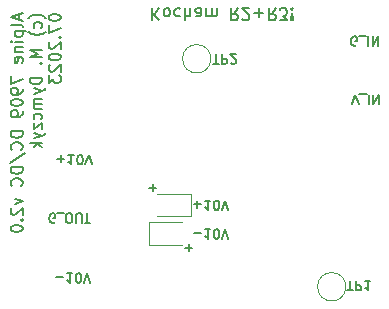
<source format=gbr>
G04 #@! TF.GenerationSoftware,KiCad,Pcbnew,(6.0.9-0)*
G04 #@! TF.CreationDate,2023-07-05T23:25:05+02:00*
G04 #@! TF.ProjectId,dcdc_7909,64636463-5f37-4393-9039-2e6b69636164,2.0*
G04 #@! TF.SameCoordinates,Original*
G04 #@! TF.FileFunction,Legend,Bot*
G04 #@! TF.FilePolarity,Positive*
%FSLAX46Y46*%
G04 Gerber Fmt 4.6, Leading zero omitted, Abs format (unit mm)*
G04 Created by KiCad (PCBNEW (6.0.9-0)) date 2023-07-05 23:25:05*
%MOMM*%
%LPD*%
G01*
G04 APERTURE LIST*
%ADD10C,0.150000*%
%ADD11C,0.120000*%
G04 APERTURE END LIST*
D10*
X91885238Y-54284619D02*
X91885238Y-55284619D01*
X92456666Y-54284619D02*
X92028095Y-54856047D01*
X92456666Y-55284619D02*
X91885238Y-54713190D01*
X93028095Y-54284619D02*
X92932857Y-54332238D01*
X92885238Y-54379857D01*
X92837619Y-54475095D01*
X92837619Y-54760809D01*
X92885238Y-54856047D01*
X92932857Y-54903666D01*
X93028095Y-54951285D01*
X93170952Y-54951285D01*
X93266190Y-54903666D01*
X93313809Y-54856047D01*
X93361428Y-54760809D01*
X93361428Y-54475095D01*
X93313809Y-54379857D01*
X93266190Y-54332238D01*
X93170952Y-54284619D01*
X93028095Y-54284619D01*
X94218571Y-54332238D02*
X94123333Y-54284619D01*
X93932857Y-54284619D01*
X93837619Y-54332238D01*
X93790000Y-54379857D01*
X93742380Y-54475095D01*
X93742380Y-54760809D01*
X93790000Y-54856047D01*
X93837619Y-54903666D01*
X93932857Y-54951285D01*
X94123333Y-54951285D01*
X94218571Y-54903666D01*
X94647142Y-54284619D02*
X94647142Y-55284619D01*
X95075714Y-54284619D02*
X95075714Y-54808428D01*
X95028095Y-54903666D01*
X94932857Y-54951285D01*
X94790000Y-54951285D01*
X94694761Y-54903666D01*
X94647142Y-54856047D01*
X95980476Y-54284619D02*
X95980476Y-54808428D01*
X95932857Y-54903666D01*
X95837619Y-54951285D01*
X95647142Y-54951285D01*
X95551904Y-54903666D01*
X95980476Y-54332238D02*
X95885238Y-54284619D01*
X95647142Y-54284619D01*
X95551904Y-54332238D01*
X95504285Y-54427476D01*
X95504285Y-54522714D01*
X95551904Y-54617952D01*
X95647142Y-54665571D01*
X95885238Y-54665571D01*
X95980476Y-54713190D01*
X96456666Y-54284619D02*
X96456666Y-54951285D01*
X96456666Y-54856047D02*
X96504285Y-54903666D01*
X96599523Y-54951285D01*
X96742380Y-54951285D01*
X96837619Y-54903666D01*
X96885238Y-54808428D01*
X96885238Y-54284619D01*
X96885238Y-54808428D02*
X96932857Y-54903666D01*
X97028095Y-54951285D01*
X97170952Y-54951285D01*
X97266190Y-54903666D01*
X97313809Y-54808428D01*
X97313809Y-54284619D01*
X99123333Y-54284619D02*
X98790000Y-54760809D01*
X98551904Y-54284619D02*
X98551904Y-55284619D01*
X98932857Y-55284619D01*
X99028095Y-55237000D01*
X99075714Y-55189380D01*
X99123333Y-55094142D01*
X99123333Y-54951285D01*
X99075714Y-54856047D01*
X99028095Y-54808428D01*
X98932857Y-54760809D01*
X98551904Y-54760809D01*
X99504285Y-55189380D02*
X99551904Y-55237000D01*
X99647142Y-55284619D01*
X99885238Y-55284619D01*
X99980476Y-55237000D01*
X100028095Y-55189380D01*
X100075714Y-55094142D01*
X100075714Y-54998904D01*
X100028095Y-54856047D01*
X99456666Y-54284619D01*
X100075714Y-54284619D01*
X100504285Y-54665571D02*
X101266190Y-54665571D01*
X100885238Y-54284619D02*
X100885238Y-55046523D01*
X102313809Y-54284619D02*
X101980476Y-54760809D01*
X101742380Y-54284619D02*
X101742380Y-55284619D01*
X102123333Y-55284619D01*
X102218571Y-55237000D01*
X102266190Y-55189380D01*
X102313809Y-55094142D01*
X102313809Y-54951285D01*
X102266190Y-54856047D01*
X102218571Y-54808428D01*
X102123333Y-54760809D01*
X101742380Y-54760809D01*
X102647142Y-55284619D02*
X103266190Y-55284619D01*
X102932857Y-54903666D01*
X103075714Y-54903666D01*
X103170952Y-54856047D01*
X103218571Y-54808428D01*
X103266190Y-54713190D01*
X103266190Y-54475095D01*
X103218571Y-54379857D01*
X103170952Y-54332238D01*
X103075714Y-54284619D01*
X102790000Y-54284619D01*
X102694761Y-54332238D01*
X102647142Y-54379857D01*
X103694761Y-54379857D02*
X103742380Y-54332238D01*
X103694761Y-54284619D01*
X103647142Y-54332238D01*
X103694761Y-54379857D01*
X103694761Y-54284619D01*
X103694761Y-54665571D02*
X103647142Y-55237000D01*
X103694761Y-55284619D01*
X103742380Y-55237000D01*
X103694761Y-54665571D01*
X103694761Y-55284619D01*
X92201961Y-69449942D02*
X91592438Y-69449942D01*
X91897200Y-69754704D02*
X91897200Y-69145180D01*
X80598666Y-54770976D02*
X80598666Y-55247166D01*
X80884380Y-54675738D02*
X79884380Y-55009071D01*
X80884380Y-55342404D01*
X80884380Y-55818595D02*
X80836761Y-55723357D01*
X80741523Y-55675738D01*
X79884380Y-55675738D01*
X80217714Y-56199547D02*
X81217714Y-56199547D01*
X80265333Y-56199547D02*
X80217714Y-56294785D01*
X80217714Y-56485261D01*
X80265333Y-56580500D01*
X80312952Y-56628119D01*
X80408190Y-56675738D01*
X80693904Y-56675738D01*
X80789142Y-56628119D01*
X80836761Y-56580500D01*
X80884380Y-56485261D01*
X80884380Y-56294785D01*
X80836761Y-56199547D01*
X80884380Y-57104309D02*
X80217714Y-57104309D01*
X79884380Y-57104309D02*
X79932000Y-57056690D01*
X79979619Y-57104309D01*
X79932000Y-57151928D01*
X79884380Y-57104309D01*
X79979619Y-57104309D01*
X80217714Y-57580500D02*
X80884380Y-57580500D01*
X80312952Y-57580500D02*
X80265333Y-57628119D01*
X80217714Y-57723357D01*
X80217714Y-57866214D01*
X80265333Y-57961452D01*
X80360571Y-58009071D01*
X80884380Y-58009071D01*
X80836761Y-58866214D02*
X80884380Y-58770976D01*
X80884380Y-58580500D01*
X80836761Y-58485261D01*
X80741523Y-58437642D01*
X80360571Y-58437642D01*
X80265333Y-58485261D01*
X80217714Y-58580500D01*
X80217714Y-58770976D01*
X80265333Y-58866214D01*
X80360571Y-58913833D01*
X80455809Y-58913833D01*
X80551047Y-58437642D01*
X79884380Y-60009071D02*
X79884380Y-60675738D01*
X80884380Y-60247166D01*
X80884380Y-61104309D02*
X80884380Y-61294785D01*
X80836761Y-61390023D01*
X80789142Y-61437642D01*
X80646285Y-61532880D01*
X80455809Y-61580500D01*
X80074857Y-61580500D01*
X79979619Y-61532880D01*
X79932000Y-61485261D01*
X79884380Y-61390023D01*
X79884380Y-61199547D01*
X79932000Y-61104309D01*
X79979619Y-61056690D01*
X80074857Y-61009071D01*
X80312952Y-61009071D01*
X80408190Y-61056690D01*
X80455809Y-61104309D01*
X80503428Y-61199547D01*
X80503428Y-61390023D01*
X80455809Y-61485261D01*
X80408190Y-61532880D01*
X80312952Y-61580500D01*
X79884380Y-62199547D02*
X79884380Y-62294785D01*
X79932000Y-62390023D01*
X79979619Y-62437642D01*
X80074857Y-62485261D01*
X80265333Y-62532880D01*
X80503428Y-62532880D01*
X80693904Y-62485261D01*
X80789142Y-62437642D01*
X80836761Y-62390023D01*
X80884380Y-62294785D01*
X80884380Y-62199547D01*
X80836761Y-62104309D01*
X80789142Y-62056690D01*
X80693904Y-62009071D01*
X80503428Y-61961452D01*
X80265333Y-61961452D01*
X80074857Y-62009071D01*
X79979619Y-62056690D01*
X79932000Y-62104309D01*
X79884380Y-62199547D01*
X80884380Y-63009071D02*
X80884380Y-63199547D01*
X80836761Y-63294785D01*
X80789142Y-63342404D01*
X80646285Y-63437642D01*
X80455809Y-63485261D01*
X80074857Y-63485261D01*
X79979619Y-63437642D01*
X79932000Y-63390023D01*
X79884380Y-63294785D01*
X79884380Y-63104309D01*
X79932000Y-63009071D01*
X79979619Y-62961452D01*
X80074857Y-62913833D01*
X80312952Y-62913833D01*
X80408190Y-62961452D01*
X80455809Y-63009071D01*
X80503428Y-63104309D01*
X80503428Y-63294785D01*
X80455809Y-63390023D01*
X80408190Y-63437642D01*
X80312952Y-63485261D01*
X80884380Y-64675738D02*
X79884380Y-64675738D01*
X79884380Y-64913833D01*
X79932000Y-65056690D01*
X80027238Y-65151928D01*
X80122476Y-65199547D01*
X80312952Y-65247166D01*
X80455809Y-65247166D01*
X80646285Y-65199547D01*
X80741523Y-65151928D01*
X80836761Y-65056690D01*
X80884380Y-64913833D01*
X80884380Y-64675738D01*
X80789142Y-66247166D02*
X80836761Y-66199547D01*
X80884380Y-66056690D01*
X80884380Y-65961452D01*
X80836761Y-65818595D01*
X80741523Y-65723357D01*
X80646285Y-65675738D01*
X80455809Y-65628119D01*
X80312952Y-65628119D01*
X80122476Y-65675738D01*
X80027238Y-65723357D01*
X79932000Y-65818595D01*
X79884380Y-65961452D01*
X79884380Y-66056690D01*
X79932000Y-66199547D01*
X79979619Y-66247166D01*
X79836761Y-67390023D02*
X81122476Y-66532880D01*
X80884380Y-67723357D02*
X79884380Y-67723357D01*
X79884380Y-67961452D01*
X79932000Y-68104309D01*
X80027238Y-68199547D01*
X80122476Y-68247166D01*
X80312952Y-68294785D01*
X80455809Y-68294785D01*
X80646285Y-68247166D01*
X80741523Y-68199547D01*
X80836761Y-68104309D01*
X80884380Y-67961452D01*
X80884380Y-67723357D01*
X80789142Y-69294785D02*
X80836761Y-69247166D01*
X80884380Y-69104309D01*
X80884380Y-69009071D01*
X80836761Y-68866214D01*
X80741523Y-68770976D01*
X80646285Y-68723357D01*
X80455809Y-68675738D01*
X80312952Y-68675738D01*
X80122476Y-68723357D01*
X80027238Y-68770976D01*
X79932000Y-68866214D01*
X79884380Y-69009071D01*
X79884380Y-69104309D01*
X79932000Y-69247166D01*
X79979619Y-69294785D01*
X80217714Y-70390023D02*
X80884380Y-70628119D01*
X80217714Y-70866214D01*
X79979619Y-71199547D02*
X79932000Y-71247166D01*
X79884380Y-71342404D01*
X79884380Y-71580500D01*
X79932000Y-71675738D01*
X79979619Y-71723357D01*
X80074857Y-71770976D01*
X80170095Y-71770976D01*
X80312952Y-71723357D01*
X80884380Y-71151928D01*
X80884380Y-71770976D01*
X80789142Y-72199547D02*
X80836761Y-72247166D01*
X80884380Y-72199547D01*
X80836761Y-72151928D01*
X80789142Y-72199547D01*
X80884380Y-72199547D01*
X79884380Y-72866214D02*
X79884380Y-72961452D01*
X79932000Y-73056690D01*
X79979619Y-73104309D01*
X80074857Y-73151928D01*
X80265333Y-73199547D01*
X80503428Y-73199547D01*
X80693904Y-73151928D01*
X80789142Y-73104309D01*
X80836761Y-73056690D01*
X80884380Y-72961452D01*
X80884380Y-72866214D01*
X80836761Y-72770976D01*
X80789142Y-72723357D01*
X80693904Y-72675738D01*
X80503428Y-72628119D01*
X80265333Y-72628119D01*
X80074857Y-72675738D01*
X79979619Y-72723357D01*
X79932000Y-72770976D01*
X79884380Y-72866214D01*
X82875333Y-55104309D02*
X82827714Y-55056690D01*
X82684857Y-54961452D01*
X82589619Y-54913833D01*
X82446761Y-54866214D01*
X82208666Y-54818595D01*
X82018190Y-54818595D01*
X81780095Y-54866214D01*
X81637238Y-54913833D01*
X81542000Y-54961452D01*
X81399142Y-55056690D01*
X81351523Y-55104309D01*
X82446761Y-55913833D02*
X82494380Y-55818595D01*
X82494380Y-55628119D01*
X82446761Y-55532880D01*
X82399142Y-55485261D01*
X82303904Y-55437642D01*
X82018190Y-55437642D01*
X81922952Y-55485261D01*
X81875333Y-55532880D01*
X81827714Y-55628119D01*
X81827714Y-55818595D01*
X81875333Y-55913833D01*
X82875333Y-56247166D02*
X82827714Y-56294785D01*
X82684857Y-56390023D01*
X82589619Y-56437642D01*
X82446761Y-56485261D01*
X82208666Y-56532880D01*
X82018190Y-56532880D01*
X81780095Y-56485261D01*
X81637238Y-56437642D01*
X81542000Y-56390023D01*
X81399142Y-56294785D01*
X81351523Y-56247166D01*
X82494380Y-57770976D02*
X81494380Y-57770976D01*
X82208666Y-58104309D01*
X81494380Y-58437642D01*
X82494380Y-58437642D01*
X82399142Y-58913833D02*
X82446761Y-58961452D01*
X82494380Y-58913833D01*
X82446761Y-58866214D01*
X82399142Y-58913833D01*
X82494380Y-58913833D01*
X82494380Y-60151928D02*
X81494380Y-60151928D01*
X81494380Y-60390023D01*
X81542000Y-60532880D01*
X81637238Y-60628119D01*
X81732476Y-60675738D01*
X81922952Y-60723357D01*
X82065809Y-60723357D01*
X82256285Y-60675738D01*
X82351523Y-60628119D01*
X82446761Y-60532880D01*
X82494380Y-60390023D01*
X82494380Y-60151928D01*
X81827714Y-61056690D02*
X82494380Y-61294785D01*
X81827714Y-61532880D02*
X82494380Y-61294785D01*
X82732476Y-61199547D01*
X82780095Y-61151928D01*
X82827714Y-61056690D01*
X82494380Y-61913833D02*
X81827714Y-61913833D01*
X81922952Y-61913833D02*
X81875333Y-61961452D01*
X81827714Y-62056690D01*
X81827714Y-62199547D01*
X81875333Y-62294785D01*
X81970571Y-62342404D01*
X82494380Y-62342404D01*
X81970571Y-62342404D02*
X81875333Y-62390023D01*
X81827714Y-62485261D01*
X81827714Y-62628119D01*
X81875333Y-62723357D01*
X81970571Y-62770976D01*
X82494380Y-62770976D01*
X82446761Y-63675738D02*
X82494380Y-63580500D01*
X82494380Y-63390023D01*
X82446761Y-63294785D01*
X82399142Y-63247166D01*
X82303904Y-63199547D01*
X82018190Y-63199547D01*
X81922952Y-63247166D01*
X81875333Y-63294785D01*
X81827714Y-63390023D01*
X81827714Y-63580500D01*
X81875333Y-63675738D01*
X81827714Y-64009071D02*
X81827714Y-64532880D01*
X82494380Y-64009071D01*
X82494380Y-64532880D01*
X81827714Y-64818595D02*
X82494380Y-65056690D01*
X81827714Y-65294785D02*
X82494380Y-65056690D01*
X82732476Y-64961452D01*
X82780095Y-64913833D01*
X82827714Y-64818595D01*
X82494380Y-65675738D02*
X81494380Y-65675738D01*
X82113428Y-65770976D02*
X82494380Y-66056690D01*
X81827714Y-66056690D02*
X82208666Y-65675738D01*
X83104380Y-55009071D02*
X83104380Y-55104309D01*
X83152000Y-55199547D01*
X83199619Y-55247166D01*
X83294857Y-55294785D01*
X83485333Y-55342404D01*
X83723428Y-55342404D01*
X83913904Y-55294785D01*
X84009142Y-55247166D01*
X84056761Y-55199547D01*
X84104380Y-55104309D01*
X84104380Y-55009071D01*
X84056761Y-54913833D01*
X84009142Y-54866214D01*
X83913904Y-54818595D01*
X83723428Y-54770976D01*
X83485333Y-54770976D01*
X83294857Y-54818595D01*
X83199619Y-54866214D01*
X83152000Y-54913833D01*
X83104380Y-55009071D01*
X83104380Y-55675738D02*
X83104380Y-56342404D01*
X84104380Y-55913833D01*
X84009142Y-56723357D02*
X84056761Y-56770976D01*
X84104380Y-56723357D01*
X84056761Y-56675738D01*
X84009142Y-56723357D01*
X84104380Y-56723357D01*
X83199619Y-57151928D02*
X83152000Y-57199547D01*
X83104380Y-57294785D01*
X83104380Y-57532880D01*
X83152000Y-57628119D01*
X83199619Y-57675738D01*
X83294857Y-57723357D01*
X83390095Y-57723357D01*
X83532952Y-57675738D01*
X84104380Y-57104309D01*
X84104380Y-57723357D01*
X83104380Y-58342404D02*
X83104380Y-58437642D01*
X83152000Y-58532880D01*
X83199619Y-58580500D01*
X83294857Y-58628119D01*
X83485333Y-58675738D01*
X83723428Y-58675738D01*
X83913904Y-58628119D01*
X84009142Y-58580500D01*
X84056761Y-58532880D01*
X84104380Y-58437642D01*
X84104380Y-58342404D01*
X84056761Y-58247166D01*
X84009142Y-58199547D01*
X83913904Y-58151928D01*
X83723428Y-58104309D01*
X83485333Y-58104309D01*
X83294857Y-58151928D01*
X83199619Y-58199547D01*
X83152000Y-58247166D01*
X83104380Y-58342404D01*
X83199619Y-59056690D02*
X83152000Y-59104309D01*
X83104380Y-59199547D01*
X83104380Y-59437642D01*
X83152000Y-59532880D01*
X83199619Y-59580500D01*
X83294857Y-59628119D01*
X83390095Y-59628119D01*
X83532952Y-59580500D01*
X84104380Y-59009071D01*
X84104380Y-59628119D01*
X83104380Y-59961452D02*
X83104380Y-60580500D01*
X83485333Y-60247166D01*
X83485333Y-60390023D01*
X83532952Y-60485261D01*
X83580571Y-60532880D01*
X83675809Y-60580500D01*
X83913904Y-60580500D01*
X84009142Y-60532880D01*
X84056761Y-60485261D01*
X84104380Y-60390023D01*
X84104380Y-60104309D01*
X84056761Y-60009071D01*
X84009142Y-59961452D01*
X95364476Y-73298057D02*
X95974000Y-73298057D01*
X96774000Y-72993295D02*
X96316857Y-72993295D01*
X96545428Y-72993295D02*
X96545428Y-73793295D01*
X96469238Y-73679009D01*
X96393047Y-73602819D01*
X96316857Y-73564723D01*
X97269238Y-73793295D02*
X97345428Y-73793295D01*
X97421619Y-73755200D01*
X97459714Y-73717104D01*
X97497809Y-73640914D01*
X97535904Y-73488533D01*
X97535904Y-73298057D01*
X97497809Y-73145676D01*
X97459714Y-73069485D01*
X97421619Y-73031390D01*
X97345428Y-72993295D01*
X97269238Y-72993295D01*
X97193047Y-73031390D01*
X97154952Y-73069485D01*
X97116857Y-73145676D01*
X97078761Y-73298057D01*
X97078761Y-73488533D01*
X97116857Y-73640914D01*
X97154952Y-73717104D01*
X97193047Y-73755200D01*
X97269238Y-73793295D01*
X97764476Y-73793295D02*
X98031142Y-72993295D01*
X98297809Y-73793295D01*
X95364476Y-70859657D02*
X95974000Y-70859657D01*
X95669238Y-70554895D02*
X95669238Y-71164419D01*
X96774000Y-70554895D02*
X96316857Y-70554895D01*
X96545428Y-70554895D02*
X96545428Y-71354895D01*
X96469238Y-71240609D01*
X96393047Y-71164419D01*
X96316857Y-71126323D01*
X97269238Y-71354895D02*
X97345428Y-71354895D01*
X97421619Y-71316800D01*
X97459714Y-71278704D01*
X97497809Y-71202514D01*
X97535904Y-71050133D01*
X97535904Y-70859657D01*
X97497809Y-70707276D01*
X97459714Y-70631085D01*
X97421619Y-70592990D01*
X97345428Y-70554895D01*
X97269238Y-70554895D01*
X97193047Y-70592990D01*
X97154952Y-70631085D01*
X97116857Y-70707276D01*
X97078761Y-70859657D01*
X97078761Y-71050133D01*
X97116857Y-71202514D01*
X97154952Y-71278704D01*
X97193047Y-71316800D01*
X97269238Y-71354895D01*
X97764476Y-71354895D02*
X98031142Y-70554895D01*
X98297809Y-71354895D01*
X95249961Y-74529942D02*
X94640438Y-74529942D01*
X94945200Y-74834704D02*
X94945200Y-74225180D01*
X83807476Y-66998857D02*
X84417000Y-66998857D01*
X84112238Y-66694095D02*
X84112238Y-67303619D01*
X85217000Y-66694095D02*
X84759857Y-66694095D01*
X84988428Y-66694095D02*
X84988428Y-67494095D01*
X84912238Y-67379809D01*
X84836047Y-67303619D01*
X84759857Y-67265523D01*
X85712238Y-67494095D02*
X85788428Y-67494095D01*
X85864619Y-67456000D01*
X85902714Y-67417904D01*
X85940809Y-67341714D01*
X85978904Y-67189333D01*
X85978904Y-66998857D01*
X85940809Y-66846476D01*
X85902714Y-66770285D01*
X85864619Y-66732190D01*
X85788428Y-66694095D01*
X85712238Y-66694095D01*
X85636047Y-66732190D01*
X85597952Y-66770285D01*
X85559857Y-66846476D01*
X85521761Y-66998857D01*
X85521761Y-67189333D01*
X85559857Y-67341714D01*
X85597952Y-67417904D01*
X85636047Y-67456000D01*
X85712238Y-67494095D01*
X86207476Y-67494095D02*
X86474142Y-66694095D01*
X86740809Y-67494095D01*
X83597904Y-72409000D02*
X83521714Y-72447095D01*
X83407428Y-72447095D01*
X83293142Y-72409000D01*
X83216952Y-72332809D01*
X83178857Y-72256619D01*
X83140761Y-72104238D01*
X83140761Y-71989952D01*
X83178857Y-71837571D01*
X83216952Y-71761380D01*
X83293142Y-71685190D01*
X83407428Y-71647095D01*
X83483619Y-71647095D01*
X83597904Y-71685190D01*
X83636000Y-71723285D01*
X83636000Y-71989952D01*
X83483619Y-71989952D01*
X83788380Y-71570904D02*
X84397904Y-71570904D01*
X84740761Y-72447095D02*
X84893142Y-72447095D01*
X84969333Y-72409000D01*
X85045523Y-72332809D01*
X85083619Y-72180428D01*
X85083619Y-71913761D01*
X85045523Y-71761380D01*
X84969333Y-71685190D01*
X84893142Y-71647095D01*
X84740761Y-71647095D01*
X84664571Y-71685190D01*
X84588380Y-71761380D01*
X84550285Y-71913761D01*
X84550285Y-72180428D01*
X84588380Y-72332809D01*
X84664571Y-72409000D01*
X84740761Y-72447095D01*
X85426476Y-72447095D02*
X85426476Y-71799476D01*
X85464571Y-71723285D01*
X85502666Y-71685190D01*
X85578857Y-71647095D01*
X85731238Y-71647095D01*
X85807428Y-71685190D01*
X85845523Y-71723285D01*
X85883619Y-71799476D01*
X85883619Y-72447095D01*
X86150285Y-72447095D02*
X86607428Y-72447095D01*
X86378857Y-71647095D02*
X86378857Y-72447095D01*
X108801047Y-62414095D02*
X109067714Y-61614095D01*
X109334380Y-62414095D01*
X109410571Y-61537904D02*
X110020095Y-61537904D01*
X110210571Y-61614095D02*
X110210571Y-62414095D01*
X110591523Y-61614095D02*
X110591523Y-62414095D01*
X111048666Y-61614095D01*
X111048666Y-62414095D01*
X109150238Y-57423000D02*
X109074047Y-57461095D01*
X108959761Y-57461095D01*
X108845476Y-57423000D01*
X108769285Y-57346809D01*
X108731190Y-57270619D01*
X108693095Y-57118238D01*
X108693095Y-57003952D01*
X108731190Y-56851571D01*
X108769285Y-56775380D01*
X108845476Y-56699190D01*
X108959761Y-56661095D01*
X109035952Y-56661095D01*
X109150238Y-56699190D01*
X109188333Y-56737285D01*
X109188333Y-57003952D01*
X109035952Y-57003952D01*
X109340714Y-56584904D02*
X109950238Y-56584904D01*
X110140714Y-56661095D02*
X110140714Y-57461095D01*
X110521666Y-56661095D02*
X110521666Y-57461095D01*
X110978809Y-56661095D01*
X110978809Y-57461095D01*
X83680476Y-77031857D02*
X84290000Y-77031857D01*
X85090000Y-76727095D02*
X84632857Y-76727095D01*
X84861428Y-76727095D02*
X84861428Y-77527095D01*
X84785238Y-77412809D01*
X84709047Y-77336619D01*
X84632857Y-77298523D01*
X85585238Y-77527095D02*
X85661428Y-77527095D01*
X85737619Y-77489000D01*
X85775714Y-77450904D01*
X85813809Y-77374714D01*
X85851904Y-77222333D01*
X85851904Y-77031857D01*
X85813809Y-76879476D01*
X85775714Y-76803285D01*
X85737619Y-76765190D01*
X85661428Y-76727095D01*
X85585238Y-76727095D01*
X85509047Y-76765190D01*
X85470952Y-76803285D01*
X85432857Y-76879476D01*
X85394761Y-77031857D01*
X85394761Y-77222333D01*
X85432857Y-77374714D01*
X85470952Y-77450904D01*
X85509047Y-77489000D01*
X85585238Y-77527095D01*
X86080476Y-77527095D02*
X86347142Y-76727095D01*
X86613809Y-77527095D01*
X97034476Y-58985095D02*
X97491619Y-58985095D01*
X97263047Y-58185095D02*
X97263047Y-58985095D01*
X97758285Y-58185095D02*
X97758285Y-58985095D01*
X98063047Y-58985095D01*
X98139238Y-58947000D01*
X98177333Y-58908904D01*
X98215428Y-58832714D01*
X98215428Y-58718428D01*
X98177333Y-58642238D01*
X98139238Y-58604142D01*
X98063047Y-58566047D01*
X97758285Y-58566047D01*
X98520190Y-58908904D02*
X98558285Y-58947000D01*
X98634476Y-58985095D01*
X98824952Y-58985095D01*
X98901142Y-58947000D01*
X98939238Y-58908904D01*
X98977333Y-58832714D01*
X98977333Y-58756523D01*
X98939238Y-58642238D01*
X98482095Y-58185095D01*
X98977333Y-58185095D01*
X108388276Y-78162095D02*
X108845419Y-78162095D01*
X108616847Y-77362095D02*
X108616847Y-78162095D01*
X109112085Y-77362095D02*
X109112085Y-78162095D01*
X109416847Y-78162095D01*
X109493038Y-78124000D01*
X109531133Y-78085904D01*
X109569228Y-78009714D01*
X109569228Y-77895428D01*
X109531133Y-77819238D01*
X109493038Y-77781142D01*
X109416847Y-77743047D01*
X109112085Y-77743047D01*
X110331133Y-77362095D02*
X109873990Y-77362095D01*
X110102561Y-77362095D02*
X110102561Y-78162095D01*
X110026371Y-78047809D01*
X109950180Y-77971619D01*
X109873990Y-77933523D01*
D11*
X95137800Y-71876800D02*
X92277800Y-71876800D01*
X95137800Y-69956800D02*
X95137800Y-71876800D01*
X92277800Y-69956800D02*
X95137800Y-69956800D01*
X91552200Y-74315200D02*
X91552200Y-72395200D01*
X94412200Y-74315200D02*
X91552200Y-74315200D01*
X91552200Y-72395200D02*
X94412200Y-72395200D01*
X96831000Y-58547000D02*
G75*
G03*
X96831000Y-58547000I-1200000J0D01*
G01*
X108261000Y-77851000D02*
G75*
G03*
X108261000Y-77851000I-1200000J0D01*
G01*
M02*

</source>
